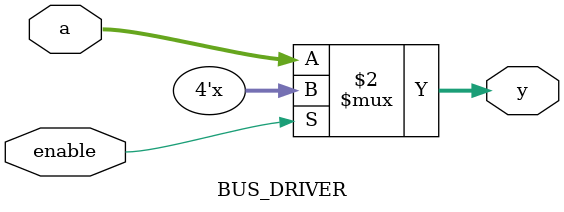
<source format=sv>

module BUS_DRIVER (input logic [3:0] a,
                  input logic enable,
                  output tri [3:0] y
                  );

  assign y = ~enable ? a : 4'bz;


endmodule

</source>
